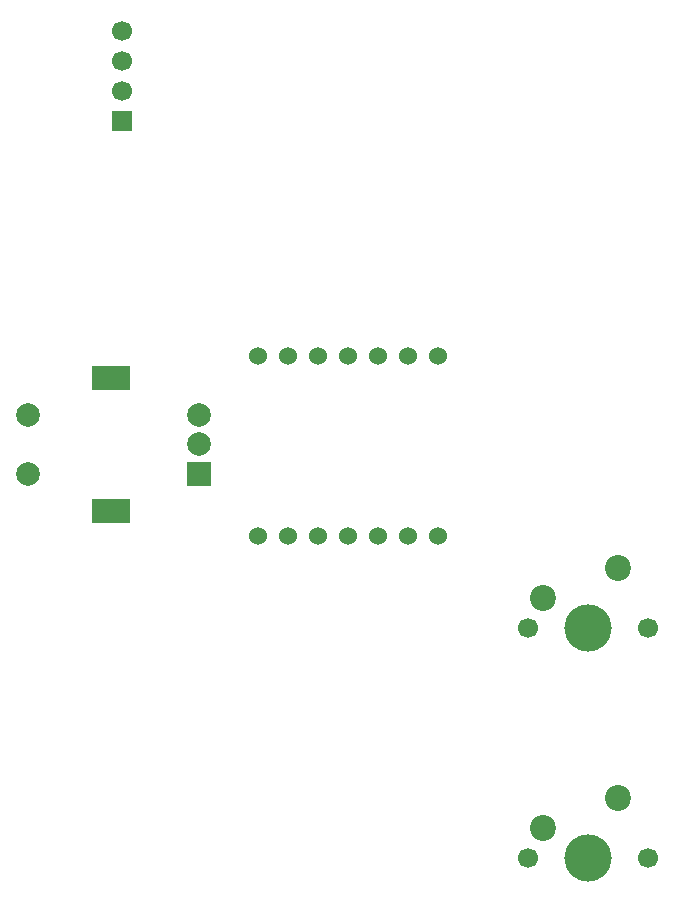
<source format=gbr>
%TF.GenerationSoftware,KiCad,Pcbnew,9.0.6*%
%TF.CreationDate,2026-01-20T16:19:18+01:00*%
%TF.ProjectId,new_project2,6e65775f-7072-46f6-9a65-6374322e6b69,rev?*%
%TF.SameCoordinates,Original*%
%TF.FileFunction,Soldermask,Bot*%
%TF.FilePolarity,Negative*%
%FSLAX46Y46*%
G04 Gerber Fmt 4.6, Leading zero omitted, Abs format (unit mm)*
G04 Created by KiCad (PCBNEW 9.0.6) date 2026-01-20 16:19:18*
%MOMM*%
%LPD*%
G01*
G04 APERTURE LIST*
%ADD10R,2.000000X2.000000*%
%ADD11C,2.000000*%
%ADD12R,3.200000X2.000000*%
%ADD13C,1.524000*%
%ADD14C,1.700000*%
%ADD15C,4.000000*%
%ADD16C,2.200000*%
%ADD17R,1.700000X1.700000*%
G04 APERTURE END LIST*
D10*
%TO.C,SW1*%
X140000000Y-109500000D03*
D11*
X140000000Y-104500000D03*
X140000000Y-107000000D03*
D12*
X132500000Y-112600000D03*
X132500000Y-101400000D03*
D11*
X125500000Y-104500000D03*
X125500000Y-109500000D03*
%TD*%
D13*
%TO.C,U1*%
X160200000Y-99500000D03*
X157660000Y-99500000D03*
X155120000Y-99500000D03*
X152580000Y-99500000D03*
X150040000Y-99500000D03*
X147500000Y-99500000D03*
X144960000Y-99500000D03*
X144960000Y-114740000D03*
X147500000Y-114740000D03*
X150040000Y-114740000D03*
X152580000Y-114740000D03*
X155120000Y-114740000D03*
X157660000Y-114740000D03*
X160200000Y-114740000D03*
%TD*%
D14*
%TO.C,SW2*%
X167880000Y-122580000D03*
D15*
X172960000Y-122580000D03*
D14*
X178040000Y-122580000D03*
D16*
X175500000Y-117500000D03*
X169150000Y-120040000D03*
%TD*%
D14*
%TO.C,SW3*%
X167880000Y-142000000D03*
D15*
X172960000Y-142000000D03*
D14*
X178040000Y-142000000D03*
D16*
X175500000Y-136920000D03*
X169150000Y-139460000D03*
%TD*%
D17*
%TO.C,J1*%
X133500000Y-79620000D03*
D14*
X133500000Y-77080000D03*
X133500000Y-74540000D03*
X133500000Y-72000000D03*
%TD*%
M02*

</source>
